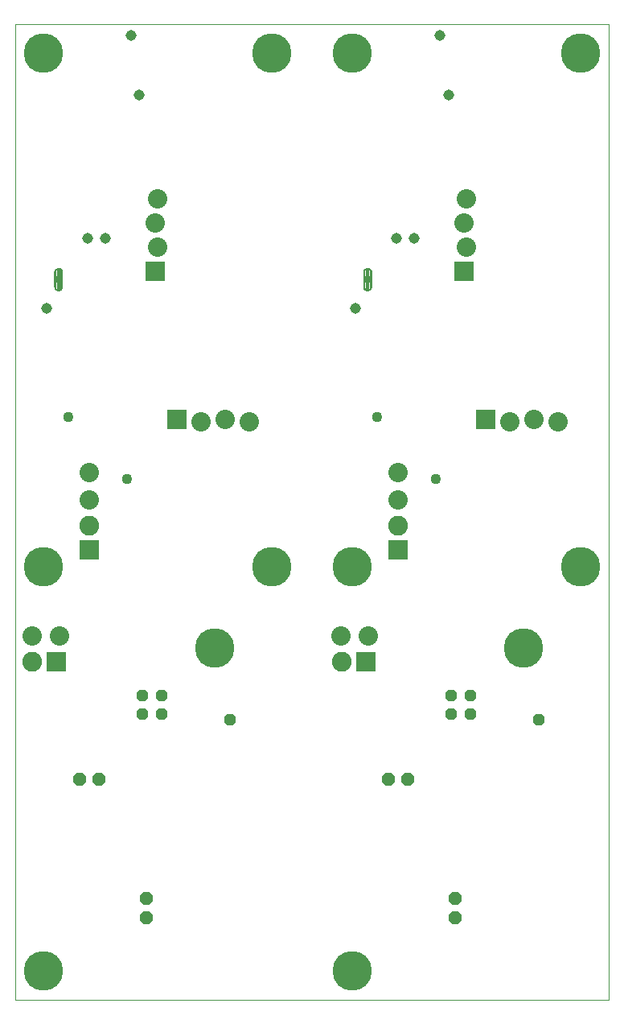
<source format=gbs>
G75*
G70*
%OFA0B0*%
%FSLAX25Y25*%
%IPPOS*%
%LPD*%
%AMOC8*
5,1,8,0,0,1.08239X$1,22.5*
%
%ADD101R,0.03600X0.02600*%
%ADD116R,0.08000X0.08000*%
%ADD180C,0.08200*%
%ADD20OC8,0.04760*%
%ADD227R,0.08200X0.08200*%
%ADD234C,0.04500*%
%ADD25C,0.16350*%
%ADD290C,0.08000*%
%ADD339OC8,0.05320*%
%ADD540C,0.04360*%
%ADD679C,0.00800*%
X0010000Y0010000D02*
G75*
%LPD*%
D25*
X0092680Y0155660D03*
X0021810Y0021810D03*
D290*
X0017000Y0160540D03*
X0028400Y0160540D03*
D227*
X0027220Y0149910D03*
D180*
X0017220Y0149910D03*
D20*
X0062760Y0135980D03*
X0070630Y0135980D03*
X0070630Y0128110D03*
X0062760Y0128110D03*
X0098980Y0125740D03*
D339*
X0044650Y0101330D03*
X0036770Y0101330D03*
X0064330Y0051730D03*
X0064330Y0043850D03*
X0010000Y0177480D02*
G75*
%LPD*%
D25*
X0116300Y0189290D03*
X0021810Y0189290D03*
X0021810Y0401890D03*
X0116300Y0401890D03*
D290*
X0069110Y0341590D03*
X0068110Y0331590D03*
X0069110Y0321590D03*
X0097110Y0250090D03*
X0107110Y0249090D03*
X0087110Y0249090D03*
X0040750Y0228220D03*
X0040750Y0216820D03*
D227*
X0040830Y0196190D03*
D180*
X0040830Y0206190D03*
D116*
X0077110Y0250090D03*
X0068110Y0311590D03*
D679*
X0029610Y0311090D02*
X0029610Y0308090D01*
X0029610Y0305090D01*
X0029570Y0304760D01*
X0029460Y0304440D01*
X0029280Y0304150D01*
X0029050Y0303920D01*
X0028760Y0303740D01*
X0028440Y0303630D01*
X0028110Y0303590D01*
X0027780Y0303630D01*
X0027460Y0303740D01*
X0027170Y0303920D01*
X0026940Y0304150D01*
X0026760Y0304440D01*
X0026650Y0304760D01*
X0026610Y0305090D01*
X0026610Y0308090D01*
X0029610Y0308090D01*
X0026610Y0308090D01*
X0026610Y0311090D01*
X0026650Y0311420D01*
X0026760Y0311740D01*
X0026940Y0312030D01*
X0027170Y0312260D01*
X0027460Y0312440D01*
X0027780Y0312550D01*
X0028110Y0312590D01*
X0028440Y0312550D01*
X0028760Y0312440D01*
X0029050Y0312260D01*
X0029280Y0312030D01*
X0029460Y0311740D01*
X0029570Y0311420D01*
X0029610Y0311090D01*
X0029200Y0312110D02*
X0029200Y0308090D01*
X0029200Y0304070D01*
X0028410Y0303620D02*
X0028410Y0308090D01*
X0028410Y0312560D01*
X0027630Y0312500D02*
X0027630Y0308090D01*
X0027630Y0303680D01*
X0026840Y0304300D02*
X0026840Y0308090D01*
X0026840Y0311880D01*
D101*
X0028110Y0308090D03*
D540*
X0032110Y0251090D03*
X0056310Y0225590D03*
D234*
X0023110Y0296090D03*
X0040030Y0325120D03*
X0047400Y0325120D03*
X0061610Y0384590D03*
X0058110Y0409090D03*
X0138110Y0010000D02*
G75*
%LPD*%
D25*
X0220790Y0155660D03*
X0149920Y0021810D03*
D290*
X0145110Y0160540D03*
X0156510Y0160540D03*
D227*
X0155330Y0149910D03*
D180*
X0145330Y0149910D03*
D20*
X0190870Y0135980D03*
X0198740Y0135980D03*
X0198740Y0128110D03*
X0190870Y0128110D03*
X0227090Y0125740D03*
D339*
X0172760Y0101330D03*
X0164880Y0101330D03*
X0192440Y0051730D03*
X0192440Y0043850D03*
X0138110Y0177480D02*
G75*
%LPD*%
D25*
X0244410Y0189290D03*
X0149920Y0189290D03*
X0149920Y0401890D03*
X0244410Y0401890D03*
D290*
X0197220Y0341590D03*
X0196220Y0331590D03*
X0197220Y0321590D03*
X0225220Y0250090D03*
X0235220Y0249090D03*
X0215220Y0249090D03*
X0168860Y0228220D03*
X0168860Y0216820D03*
D227*
X0168940Y0196190D03*
D180*
X0168940Y0206190D03*
D116*
X0205220Y0250090D03*
X0196220Y0311590D03*
D679*
X0157720Y0311090D02*
X0157720Y0308090D01*
X0157720Y0305090D01*
X0157680Y0304760D01*
X0157570Y0304440D01*
X0157390Y0304150D01*
X0157160Y0303920D01*
X0156870Y0303740D01*
X0156550Y0303630D01*
X0156220Y0303590D01*
X0155890Y0303630D01*
X0155570Y0303740D01*
X0155280Y0303920D01*
X0155050Y0304150D01*
X0154870Y0304440D01*
X0154760Y0304760D01*
X0154720Y0305090D01*
X0154720Y0308090D01*
X0157720Y0308090D01*
X0154720Y0308090D01*
X0154720Y0311090D01*
X0154760Y0311420D01*
X0154870Y0311740D01*
X0155050Y0312030D01*
X0155280Y0312260D01*
X0155570Y0312440D01*
X0155890Y0312550D01*
X0156220Y0312590D01*
X0156550Y0312550D01*
X0156870Y0312440D01*
X0157160Y0312260D01*
X0157390Y0312030D01*
X0157570Y0311740D01*
X0157680Y0311420D01*
X0157720Y0311090D01*
X0157310Y0312110D02*
X0157310Y0308090D01*
X0157310Y0304070D01*
X0156520Y0303620D02*
X0156520Y0308090D01*
X0156520Y0312560D01*
X0155740Y0312500D02*
X0155740Y0308090D01*
X0155740Y0303680D01*
X0154950Y0304300D02*
X0154950Y0308090D01*
X0154950Y0311880D01*
D101*
X0156220Y0308090D03*
D540*
X0160220Y0251090D03*
X0184420Y0225590D03*
D234*
X0151220Y0296090D03*
X0168140Y0325120D03*
X0175510Y0325120D03*
X0189720Y0384590D03*
X0186220Y0409090D03*
%ADD10C,0.00100*%
D10*
X0010000Y0010000D02*
X0010000Y0413700D01*
X0256220Y0413700D01*
X0256220Y0010000D01*
X0010000Y0010000D01*
M02*

</source>
